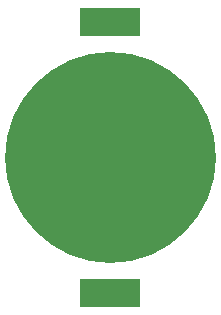
<source format=gbp>
G04 #@! TF.GenerationSoftware,KiCad,Pcbnew,9.0.3-9.0.3-0~ubuntu24.04.1*
G04 #@! TF.CreationDate,2025-07-13T11:29:56+02:00*
G04 #@! TF.ProjectId,PCBWatch,50434257-6174-4636-982e-6b696361645f,rev?*
G04 #@! TF.SameCoordinates,Original*
G04 #@! TF.FileFunction,Paste,Bot*
G04 #@! TF.FilePolarity,Positive*
%FSLAX46Y46*%
G04 Gerber Fmt 4.6, Leading zero omitted, Abs format (unit mm)*
G04 Created by KiCad (PCBNEW 9.0.3-9.0.3-0~ubuntu24.04.1) date 2025-07-13 11:29:56*
%MOMM*%
%LPD*%
G01*
G04 APERTURE LIST*
%ADD10C,0.000000*%
%ADD11R,5.105400X2.489200*%
%ADD12C,5.080000*%
G04 APERTURE END LIST*
D10*
G04 #@! TO.C,B1*
G36*
X21736831Y-11268363D02*
G01*
X23406916Y-11774978D01*
X24946075Y-12597675D01*
X26295160Y-13704840D01*
X27402325Y-15053925D01*
X28225022Y-16593084D01*
X28731637Y-18263169D01*
X28902700Y-20000000D01*
X28731637Y-21736831D01*
X28225022Y-23406916D01*
X27402325Y-24946075D01*
X26295160Y-26295160D01*
X24946075Y-27402325D01*
X23406916Y-28225022D01*
X21736831Y-28731637D01*
X20000000Y-28902700D01*
X18263169Y-28731637D01*
X16593084Y-28225022D01*
X15053925Y-27402325D01*
X13704840Y-26295160D01*
X12597675Y-24946075D01*
X11774978Y-23406916D01*
X11268363Y-21736831D01*
X11097300Y-20000000D01*
X11268363Y-18263169D01*
X11774978Y-16593084D01*
X12597675Y-15053925D01*
X13704840Y-13704840D01*
X15053925Y-12597675D01*
X16593084Y-11774978D01*
X18263169Y-11268363D01*
X20000000Y-11097300D01*
X21736831Y-11268363D01*
G37*
G04 #@! TD*
D11*
G04 #@! TO.C,B1*
X20000000Y-31450000D03*
X20000000Y-8550000D03*
D12*
X20000000Y-20000000D03*
G04 #@! TD*
M02*

</source>
